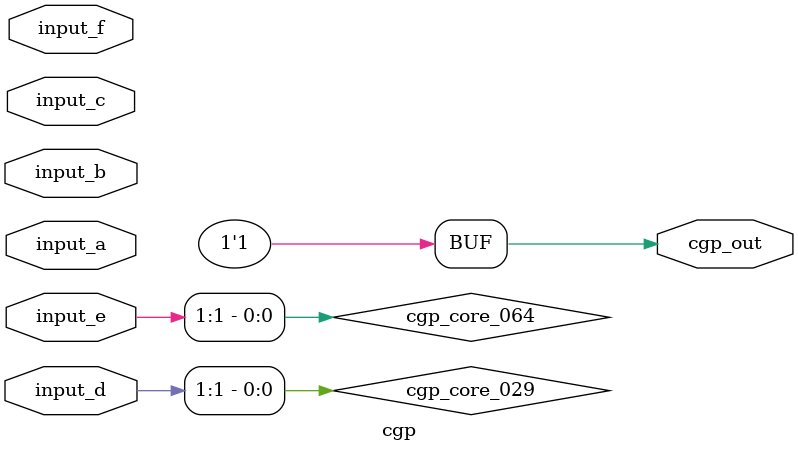
<source format=v>
module cgp(input [1:0] input_a, input [1:0] input_b, input [1:0] input_c, input [1:0] input_d, input [1:0] input_e, input [1:0] input_f, output [0:0] cgp_out);
  wire cgp_core_014;
  wire cgp_core_015;
  wire cgp_core_016;
  wire cgp_core_019;
  wire cgp_core_020;
  wire cgp_core_022_not;
  wire cgp_core_023;
  wire cgp_core_025_not;
  wire cgp_core_026;
  wire cgp_core_028;
  wire cgp_core_029;
  wire cgp_core_032_not;
  wire cgp_core_033;
  wire cgp_core_034_not;
  wire cgp_core_042;
  wire cgp_core_045;
  wire cgp_core_054;
  wire cgp_core_055;
  wire cgp_core_056;
  wire cgp_core_057;
  wire cgp_core_062;
  wire cgp_core_063;
  wire cgp_core_064;
  wire cgp_core_065;
  wire cgp_core_066;
  wire cgp_core_067;
  wire cgp_core_069;
  wire cgp_core_071;

  assign cgp_core_014 = ~(input_f[0] | input_d[0]);
  assign cgp_core_015 = ~(input_c[1] & input_d[1]);
  assign cgp_core_016 = ~(input_d[1] & input_c[1]);
  assign cgp_core_019 = ~input_d[0];
  assign cgp_core_020 = ~(input_e[0] & input_b[0]);
  assign cgp_core_022_not = ~input_d[0];
  assign cgp_core_023 = ~(input_a[1] | input_d[1]);
  assign cgp_core_025_not = ~input_e[1];
  assign cgp_core_026 = ~(input_c[0] ^ input_e[1]);
  assign cgp_core_028 = ~input_c[0];
  assign cgp_core_029 = input_d[1] | input_d[1];
  assign cgp_core_032_not = ~input_e[1];
  assign cgp_core_033 = ~input_a[1];
  assign cgp_core_034_not = ~input_e[0];
  assign cgp_core_042 = ~input_c[0];
  assign cgp_core_045 = input_a[1] & input_e[1];
  assign cgp_core_054 = ~(input_a[0] ^ input_a[0]);
  assign cgp_core_055 = ~(input_a[1] | input_a[1]);
  assign cgp_core_056 = ~(input_d[1] ^ input_b[0]);
  assign cgp_core_057 = input_a[1] | input_c[0];
  assign cgp_core_062 = input_d[1] & input_e[1];
  assign cgp_core_063 = ~(input_e[1] ^ input_d[0]);
  assign cgp_core_064 = input_e[1] & input_e[1];
  assign cgp_core_065 = input_f[1] & input_e[0];
  assign cgp_core_066 = ~(input_b[0] & input_d[0]);
  assign cgp_core_067 = ~(input_b[1] | input_d[0]);
  assign cgp_core_069 = ~(input_c[0] & input_d[0]);
  assign cgp_core_071 = ~input_a[0];

  assign cgp_out[0] = 1'b1;
endmodule
</source>
